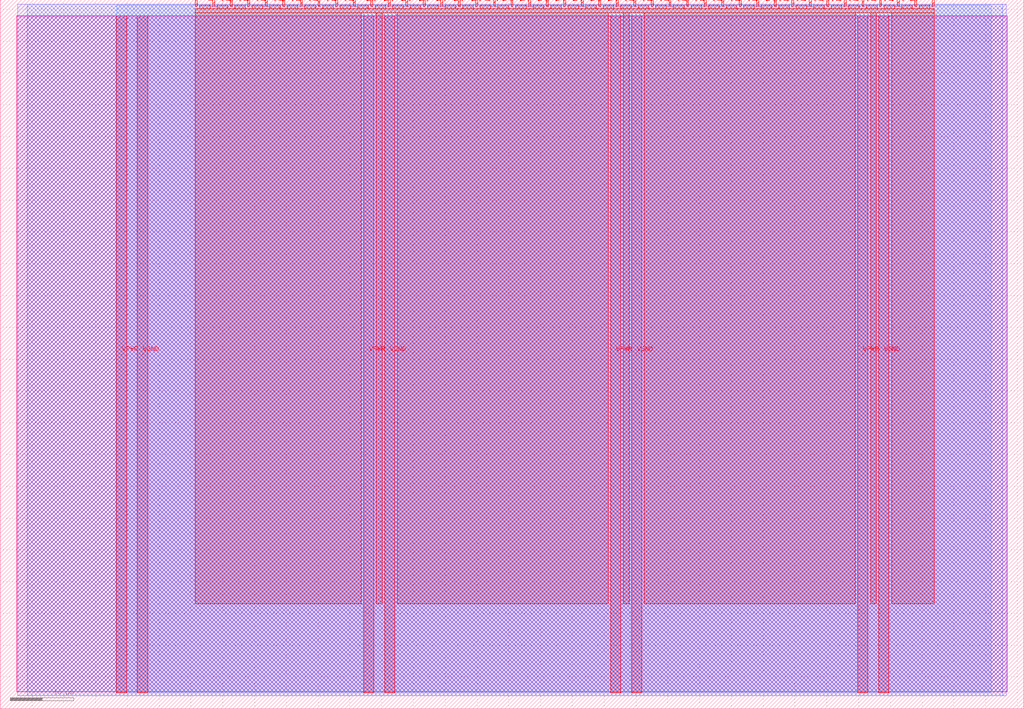
<source format=lef>
VERSION 5.7 ;
  NOWIREEXTENSIONATPIN ON ;
  DIVIDERCHAR "/" ;
  BUSBITCHARS "[]" ;
MACRO tt_um_FFT_engine
  CLASS BLOCK ;
  FOREIGN tt_um_FFT_engine ;
  ORIGIN 0.000 0.000 ;
  SIZE 161.000 BY 111.520 ;
  PIN VGND
    DIRECTION INOUT ;
    USE GROUND ;
    PORT
      LAYER met4 ;
        RECT 21.580 2.480 23.180 109.040 ;
    END
    PORT
      LAYER met4 ;
        RECT 60.450 2.480 62.050 109.040 ;
    END
    PORT
      LAYER met4 ;
        RECT 99.320 2.480 100.920 109.040 ;
    END
    PORT
      LAYER met4 ;
        RECT 138.190 2.480 139.790 109.040 ;
    END
  END VGND
  PIN VPWR
    DIRECTION INOUT ;
    USE POWER ;
    PORT
      LAYER met4 ;
        RECT 18.280 2.480 19.880 109.040 ;
    END
    PORT
      LAYER met4 ;
        RECT 57.150 2.480 58.750 109.040 ;
    END
    PORT
      LAYER met4 ;
        RECT 96.020 2.480 97.620 109.040 ;
    END
    PORT
      LAYER met4 ;
        RECT 134.890 2.480 136.490 109.040 ;
    END
  END VPWR
  PIN clk
    DIRECTION INPUT ;
    USE SIGNAL ;
    ANTENNAGATEAREA 0.852000 ;
    PORT
      LAYER met4 ;
        RECT 143.830 110.520 144.130 111.520 ;
    END
  END clk
  PIN ena
    DIRECTION INPUT ;
    USE SIGNAL ;
    ANTENNAGATEAREA 0.126000 ;
    PORT
      LAYER met4 ;
        RECT 146.590 110.520 146.890 111.520 ;
    END
  END ena
  PIN rst_n
    DIRECTION INPUT ;
    USE SIGNAL ;
    ANTENNAGATEAREA 0.196500 ;
    PORT
      LAYER met4 ;
        RECT 141.070 110.520 141.370 111.520 ;
    END
  END rst_n
  PIN ui_in[0]
    DIRECTION INPUT ;
    USE SIGNAL ;
    ANTENNAGATEAREA 0.196500 ;
    PORT
      LAYER met4 ;
        RECT 138.310 110.520 138.610 111.520 ;
    END
  END ui_in[0]
  PIN ui_in[1]
    DIRECTION INPUT ;
    USE SIGNAL ;
    ANTENNAGATEAREA 0.196500 ;
    PORT
      LAYER met4 ;
        RECT 135.550 110.520 135.850 111.520 ;
    END
  END ui_in[1]
  PIN ui_in[2]
    DIRECTION INPUT ;
    USE SIGNAL ;
    PORT
      LAYER met4 ;
        RECT 132.790 110.520 133.090 111.520 ;
    END
  END ui_in[2]
  PIN ui_in[3]
    DIRECTION INPUT ;
    USE SIGNAL ;
    PORT
      LAYER met4 ;
        RECT 130.030 110.520 130.330 111.520 ;
    END
  END ui_in[3]
  PIN ui_in[4]
    DIRECTION INPUT ;
    USE SIGNAL ;
    PORT
      LAYER met4 ;
        RECT 127.270 110.520 127.570 111.520 ;
    END
  END ui_in[4]
  PIN ui_in[5]
    DIRECTION INPUT ;
    USE SIGNAL ;
    PORT
      LAYER met4 ;
        RECT 124.510 110.520 124.810 111.520 ;
    END
  END ui_in[5]
  PIN ui_in[6]
    DIRECTION INPUT ;
    USE SIGNAL ;
    PORT
      LAYER met4 ;
        RECT 121.750 110.520 122.050 111.520 ;
    END
  END ui_in[6]
  PIN ui_in[7]
    DIRECTION INPUT ;
    USE SIGNAL ;
    PORT
      LAYER met4 ;
        RECT 118.990 110.520 119.290 111.520 ;
    END
  END ui_in[7]
  PIN uio_in[0]
    DIRECTION INPUT ;
    USE SIGNAL ;
    ANTENNAGATEAREA 0.196500 ;
    PORT
      LAYER met4 ;
        RECT 116.230 110.520 116.530 111.520 ;
    END
  END uio_in[0]
  PIN uio_in[1]
    DIRECTION INPUT ;
    USE SIGNAL ;
    ANTENNAGATEAREA 0.196500 ;
    PORT
      LAYER met4 ;
        RECT 113.470 110.520 113.770 111.520 ;
    END
  END uio_in[1]
  PIN uio_in[2]
    DIRECTION INPUT ;
    USE SIGNAL ;
    ANTENNAGATEAREA 0.196500 ;
    PORT
      LAYER met4 ;
        RECT 110.710 110.520 111.010 111.520 ;
    END
  END uio_in[2]
  PIN uio_in[3]
    DIRECTION INPUT ;
    USE SIGNAL ;
    ANTENNAGATEAREA 0.196500 ;
    PORT
      LAYER met4 ;
        RECT 107.950 110.520 108.250 111.520 ;
    END
  END uio_in[3]
  PIN uio_in[4]
    DIRECTION INPUT ;
    USE SIGNAL ;
    ANTENNAGATEAREA 0.196500 ;
    PORT
      LAYER met4 ;
        RECT 105.190 110.520 105.490 111.520 ;
    END
  END uio_in[4]
  PIN uio_in[5]
    DIRECTION INPUT ;
    USE SIGNAL ;
    ANTENNAGATEAREA 0.196500 ;
    PORT
      LAYER met4 ;
        RECT 102.430 110.520 102.730 111.520 ;
    END
  END uio_in[5]
  PIN uio_in[6]
    DIRECTION INPUT ;
    USE SIGNAL ;
    ANTENNAGATEAREA 0.196500 ;
    PORT
      LAYER met4 ;
        RECT 99.670 110.520 99.970 111.520 ;
    END
  END uio_in[6]
  PIN uio_in[7]
    DIRECTION INPUT ;
    USE SIGNAL ;
    ANTENNAGATEAREA 0.196500 ;
    PORT
      LAYER met4 ;
        RECT 96.910 110.520 97.210 111.520 ;
    END
  END uio_in[7]
  PIN uio_oe[0]
    DIRECTION OUTPUT ;
    USE SIGNAL ;
    ANTENNADIFFAREA 0.445500 ;
    PORT
      LAYER met4 ;
        RECT 49.990 110.520 50.290 111.520 ;
    END
  END uio_oe[0]
  PIN uio_oe[1]
    DIRECTION OUTPUT ;
    USE SIGNAL ;
    ANTENNADIFFAREA 0.445500 ;
    PORT
      LAYER met4 ;
        RECT 47.230 110.520 47.530 111.520 ;
    END
  END uio_oe[1]
  PIN uio_oe[2]
    DIRECTION OUTPUT ;
    USE SIGNAL ;
    ANTENNADIFFAREA 0.445500 ;
    PORT
      LAYER met4 ;
        RECT 44.470 110.520 44.770 111.520 ;
    END
  END uio_oe[2]
  PIN uio_oe[3]
    DIRECTION OUTPUT ;
    USE SIGNAL ;
    ANTENNADIFFAREA 0.445500 ;
    PORT
      LAYER met4 ;
        RECT 41.710 110.520 42.010 111.520 ;
    END
  END uio_oe[3]
  PIN uio_oe[4]
    DIRECTION OUTPUT ;
    USE SIGNAL ;
    ANTENNADIFFAREA 0.445500 ;
    PORT
      LAYER met4 ;
        RECT 38.950 110.520 39.250 111.520 ;
    END
  END uio_oe[4]
  PIN uio_oe[5]
    DIRECTION OUTPUT ;
    USE SIGNAL ;
    ANTENNADIFFAREA 0.445500 ;
    PORT
      LAYER met4 ;
        RECT 36.190 110.520 36.490 111.520 ;
    END
  END uio_oe[5]
  PIN uio_oe[6]
    DIRECTION OUTPUT ;
    USE SIGNAL ;
    ANTENNADIFFAREA 0.445500 ;
    PORT
      LAYER met4 ;
        RECT 33.430 110.520 33.730 111.520 ;
    END
  END uio_oe[6]
  PIN uio_oe[7]
    DIRECTION OUTPUT ;
    USE SIGNAL ;
    ANTENNADIFFAREA 0.445500 ;
    PORT
      LAYER met4 ;
        RECT 30.670 110.520 30.970 111.520 ;
    END
  END uio_oe[7]
  PIN uio_out[0]
    DIRECTION OUTPUT ;
    USE SIGNAL ;
    ANTENNADIFFAREA 0.445500 ;
    PORT
      LAYER met4 ;
        RECT 72.070 110.520 72.370 111.520 ;
    END
  END uio_out[0]
  PIN uio_out[1]
    DIRECTION OUTPUT ;
    USE SIGNAL ;
    ANTENNADIFFAREA 0.445500 ;
    PORT
      LAYER met4 ;
        RECT 69.310 110.520 69.610 111.520 ;
    END
  END uio_out[1]
  PIN uio_out[2]
    DIRECTION OUTPUT ;
    USE SIGNAL ;
    ANTENNADIFFAREA 0.445500 ;
    PORT
      LAYER met4 ;
        RECT 66.550 110.520 66.850 111.520 ;
    END
  END uio_out[2]
  PIN uio_out[3]
    DIRECTION OUTPUT ;
    USE SIGNAL ;
    ANTENNADIFFAREA 0.445500 ;
    PORT
      LAYER met4 ;
        RECT 63.790 110.520 64.090 111.520 ;
    END
  END uio_out[3]
  PIN uio_out[4]
    DIRECTION OUTPUT ;
    USE SIGNAL ;
    ANTENNADIFFAREA 0.445500 ;
    PORT
      LAYER met4 ;
        RECT 61.030 110.520 61.330 111.520 ;
    END
  END uio_out[4]
  PIN uio_out[5]
    DIRECTION OUTPUT ;
    USE SIGNAL ;
    ANTENNADIFFAREA 0.445500 ;
    PORT
      LAYER met4 ;
        RECT 58.270 110.520 58.570 111.520 ;
    END
  END uio_out[5]
  PIN uio_out[6]
    DIRECTION OUTPUT ;
    USE SIGNAL ;
    ANTENNADIFFAREA 0.445500 ;
    PORT
      LAYER met4 ;
        RECT 55.510 110.520 55.810 111.520 ;
    END
  END uio_out[6]
  PIN uio_out[7]
    DIRECTION OUTPUT ;
    USE SIGNAL ;
    ANTENNADIFFAREA 0.445500 ;
    PORT
      LAYER met4 ;
        RECT 52.750 110.520 53.050 111.520 ;
    END
  END uio_out[7]
  PIN uo_out[0]
    DIRECTION OUTPUT ;
    USE SIGNAL ;
    ANTENNADIFFAREA 0.445500 ;
    PORT
      LAYER met4 ;
        RECT 94.150 110.520 94.450 111.520 ;
    END
  END uo_out[0]
  PIN uo_out[1]
    DIRECTION OUTPUT ;
    USE SIGNAL ;
    ANTENNADIFFAREA 0.445500 ;
    PORT
      LAYER met4 ;
        RECT 91.390 110.520 91.690 111.520 ;
    END
  END uo_out[1]
  PIN uo_out[2]
    DIRECTION OUTPUT ;
    USE SIGNAL ;
    ANTENNADIFFAREA 0.445500 ;
    PORT
      LAYER met4 ;
        RECT 88.630 110.520 88.930 111.520 ;
    END
  END uo_out[2]
  PIN uo_out[3]
    DIRECTION OUTPUT ;
    USE SIGNAL ;
    ANTENNADIFFAREA 0.445500 ;
    PORT
      LAYER met4 ;
        RECT 85.870 110.520 86.170 111.520 ;
    END
  END uo_out[3]
  PIN uo_out[4]
    DIRECTION OUTPUT ;
    USE SIGNAL ;
    ANTENNADIFFAREA 0.445500 ;
    PORT
      LAYER met4 ;
        RECT 83.110 110.520 83.410 111.520 ;
    END
  END uo_out[4]
  PIN uo_out[5]
    DIRECTION OUTPUT ;
    USE SIGNAL ;
    ANTENNADIFFAREA 0.445500 ;
    PORT
      LAYER met4 ;
        RECT 80.350 110.520 80.650 111.520 ;
    END
  END uo_out[5]
  PIN uo_out[6]
    DIRECTION OUTPUT ;
    USE SIGNAL ;
    ANTENNADIFFAREA 0.445500 ;
    PORT
      LAYER met4 ;
        RECT 77.590 110.520 77.890 111.520 ;
    END
  END uo_out[6]
  PIN uo_out[7]
    DIRECTION OUTPUT ;
    USE SIGNAL ;
    ANTENNADIFFAREA 0.445500 ;
    PORT
      LAYER met4 ;
        RECT 74.830 110.520 75.130 111.520 ;
    END
  END uo_out[7]
  OBS
      LAYER nwell ;
        RECT 2.570 2.635 158.430 108.990 ;
      LAYER li1 ;
        RECT 2.760 2.635 158.240 108.885 ;
      LAYER met1 ;
        RECT 2.760 2.080 158.240 110.800 ;
      LAYER met2 ;
        RECT 4.240 2.050 157.680 110.830 ;
      LAYER met3 ;
        RECT 18.290 2.555 155.875 110.665 ;
      LAYER met4 ;
        RECT 31.370 110.120 33.030 110.665 ;
        RECT 34.130 110.120 35.790 110.665 ;
        RECT 36.890 110.120 38.550 110.665 ;
        RECT 39.650 110.120 41.310 110.665 ;
        RECT 42.410 110.120 44.070 110.665 ;
        RECT 45.170 110.120 46.830 110.665 ;
        RECT 47.930 110.120 49.590 110.665 ;
        RECT 50.690 110.120 52.350 110.665 ;
        RECT 53.450 110.120 55.110 110.665 ;
        RECT 56.210 110.120 57.870 110.665 ;
        RECT 58.970 110.120 60.630 110.665 ;
        RECT 61.730 110.120 63.390 110.665 ;
        RECT 64.490 110.120 66.150 110.665 ;
        RECT 67.250 110.120 68.910 110.665 ;
        RECT 70.010 110.120 71.670 110.665 ;
        RECT 72.770 110.120 74.430 110.665 ;
        RECT 75.530 110.120 77.190 110.665 ;
        RECT 78.290 110.120 79.950 110.665 ;
        RECT 81.050 110.120 82.710 110.665 ;
        RECT 83.810 110.120 85.470 110.665 ;
        RECT 86.570 110.120 88.230 110.665 ;
        RECT 89.330 110.120 90.990 110.665 ;
        RECT 92.090 110.120 93.750 110.665 ;
        RECT 94.850 110.120 96.510 110.665 ;
        RECT 97.610 110.120 99.270 110.665 ;
        RECT 100.370 110.120 102.030 110.665 ;
        RECT 103.130 110.120 104.790 110.665 ;
        RECT 105.890 110.120 107.550 110.665 ;
        RECT 108.650 110.120 110.310 110.665 ;
        RECT 111.410 110.120 113.070 110.665 ;
        RECT 114.170 110.120 115.830 110.665 ;
        RECT 116.930 110.120 118.590 110.665 ;
        RECT 119.690 110.120 121.350 110.665 ;
        RECT 122.450 110.120 124.110 110.665 ;
        RECT 125.210 110.120 126.870 110.665 ;
        RECT 127.970 110.120 129.630 110.665 ;
        RECT 130.730 110.120 132.390 110.665 ;
        RECT 133.490 110.120 135.150 110.665 ;
        RECT 136.250 110.120 137.910 110.665 ;
        RECT 139.010 110.120 140.670 110.665 ;
        RECT 141.770 110.120 143.430 110.665 ;
        RECT 144.530 110.120 146.190 110.665 ;
        RECT 30.655 109.440 146.905 110.120 ;
        RECT 30.655 16.495 56.750 109.440 ;
        RECT 59.150 16.495 60.050 109.440 ;
        RECT 62.450 16.495 95.620 109.440 ;
        RECT 98.020 16.495 98.920 109.440 ;
        RECT 101.320 16.495 134.490 109.440 ;
        RECT 136.890 16.495 137.790 109.440 ;
        RECT 140.190 16.495 146.905 109.440 ;
  END
END tt_um_FFT_engine
END LIBRARY


</source>
